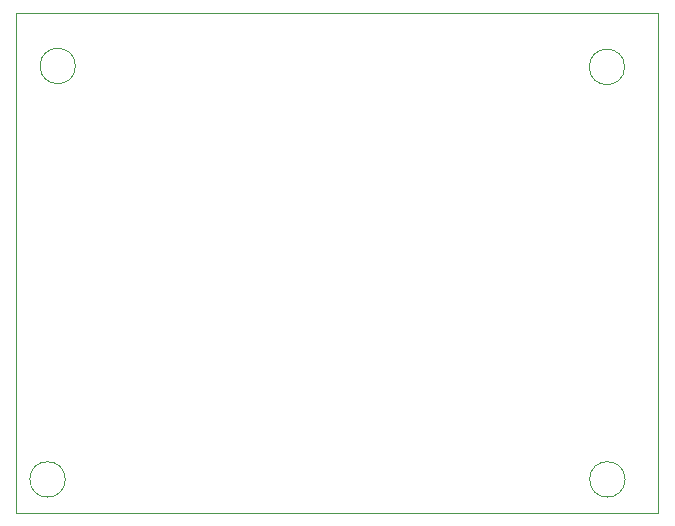
<source format=gbr>
%TF.GenerationSoftware,KiCad,Pcbnew,9.0.5*%
%TF.CreationDate,2025-10-12T15:19:20+05:30*%
%TF.ProjectId,transformerless power supply ,7472616e-7366-46f7-926d-65726c657373,rev?*%
%TF.SameCoordinates,Original*%
%TF.FileFunction,Profile,NP*%
%FSLAX46Y46*%
G04 Gerber Fmt 4.6, Leading zero omitted, Abs format (unit mm)*
G04 Created by KiCad (PCBNEW 9.0.5) date 2025-10-12 15:19:20*
%MOMM*%
%LPD*%
G01*
G04 APERTURE LIST*
%TA.AperFunction,Profile*%
%ADD10C,0.050000*%
%TD*%
G04 APERTURE END LIST*
D10*
X54021750Y-79500000D02*
G75*
G02*
X51021750Y-79500000I-1500000J0D01*
G01*
X51021750Y-79500000D02*
G75*
G02*
X54021750Y-79500000I1500000J0D01*
G01*
X53159267Y-114500000D02*
G75*
G02*
X50159267Y-114500000I-1500000J0D01*
G01*
X50159267Y-114500000D02*
G75*
G02*
X53159267Y-114500000I1500000J0D01*
G01*
X49021750Y-75000000D02*
X103383022Y-75000000D01*
X103383022Y-117361272D01*
X49021750Y-117361272D01*
X49021750Y-75000000D01*
X100521750Y-79577007D02*
G75*
G02*
X97521750Y-79577007I-1500000J0D01*
G01*
X97521750Y-79577007D02*
G75*
G02*
X100521750Y-79577007I1500000J0D01*
G01*
X100557087Y-114500000D02*
G75*
G02*
X97557087Y-114500000I-1500000J0D01*
G01*
X97557087Y-114500000D02*
G75*
G02*
X100557087Y-114500000I1500000J0D01*
G01*
M02*

</source>
